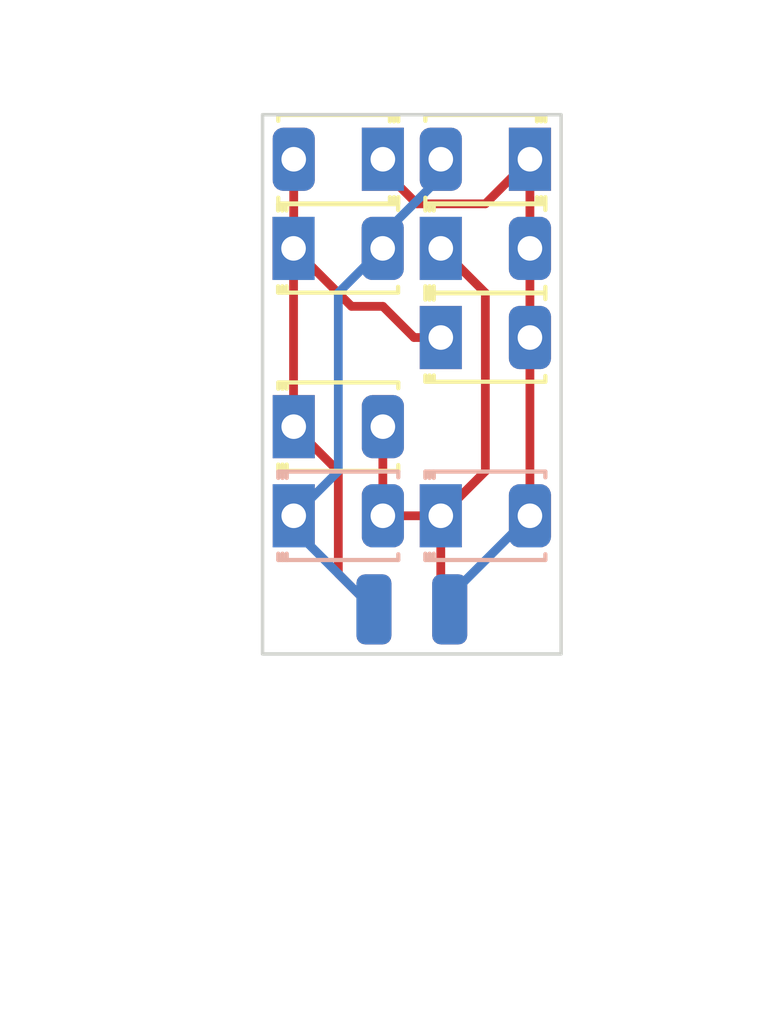
<source format=kicad_pcb>
(kicad_pcb (version 20221018) (generator pcbnew)
  (layers (0 "F.Cu" signal) (31 "B.Cu" signal) (34 "B.Paste" user) (35 "F.Paste" user) (36 "B.SilkS" user "B.Silkscreen") (37 "F.SilkS" user "F.Silkscreen") (38 "B.Mask" user) (39 "F.Mask" user) (44 "Edge.Cuts" user))
  (net 0 "")
  (net 1 "Net-(DG1-K)")
  (net 2 "Net-(DG1-A)")
  (net 3 "Net-(DG2-A)")
  (net 4 "Net-(DO/R1-A)")
  (footprint "Connector_Wire:SolderWirePad_1x01_SMD_1x2mm" (layer "F.Cu") (at 108.077 78.232)
    (fp_text reference "J3")
    (fp_text value "Conn_01x01")
    (pad "1" smd roundrect (at 0 0) (size 1 2) (layers "F.Cu" "F.Paste" "F.Mask") (net 4 "Net-(DO/R1-A)"))
  )
  (footprint "LED_THT:LED_D1.8mm_W3.3mm_H2.4mm_mine" (layer "F.Cu") (at 107.823 67.945)
    (fp_text reference "DR2" hide)
    (fp_text value "LED" hide)
    (fp_line (start -0.44 -1.26) (end -0.44 -1.08) (stroke (width 0.12)) (layer "F.SilkS"))
    (fp_line (start -0.44 -1.26) (end 2.98 -1.26) (stroke (width 0.12)) (layer "F.SilkS"))
    (fp_line (start -0.44 1.08) (end -0.44 1.26) (stroke (width 0.12)) (layer "F.SilkS"))
    (fp_line (start -0.44 1.26) (end 2.98 1.26) (stroke (width 0.12)) (layer "F.SilkS"))
    (fp_line (start -0.32 -1.26) (end -0.32 -1.08) (stroke (width 0.12)) (layer "F.SilkS"))
    (fp_line (start -0.32 1.08) (end -0.32 1.26) (stroke (width 0.12)) (layer "F.SilkS"))
    (fp_line (start -0.2 -1.26) (end -0.2 -1.08) (stroke (width 0.12)) (layer "F.SilkS"))
    (fp_line (start -0.2 1.08) (end -0.2 1.26) (stroke (width 0.12)) (layer "F.SilkS"))
    (fp_line (start 2.98 -1.26) (end 2.98 -1.095) (stroke (width 0.12)) (layer "F.SilkS"))
    (fp_line (start 2.98 1.095) (end 2.98 1.26) (stroke (width 0.12)) (layer "F.SilkS"))
    (pad "1" thru_hole rect (at 0 0) (size 1.2 1.8) (drill 0.7) (layers "*.Cu" "*.Mask") (net 4 "Net-(DO/R1-A)"))
    (pad "2" thru_hole roundrect (at 2.54 0) (size 1.2 1.8) (drill 0.7) (layers "*.Cu" "*.Mask") (net 1 "Net-(DG1-K)"))
  )
  (footprint "LED_THT:LED_D1.8mm_W3.3mm_H2.4mm_mine" (layer "F.Cu") (at 106.172 65.405 180)
    (fp_text reference "DG1" hide)
    (fp_text value "LED" hide)
    (fp_line (start -0.44 -1.26) (end -0.44 -1.08) (stroke (width 0.12)) (layer "F.SilkS"))
    (fp_line (start -0.44 -1.26) (end 2.98 -1.26) (stroke (width 0.12)) (layer "F.SilkS"))
    (fp_line (start -0.44 1.08) (end -0.44 1.26) (stroke (width 0.12)) (layer "F.SilkS"))
    (fp_line (start -0.44 1.26) (end 2.98 1.26) (stroke (width 0.12)) (layer "F.SilkS"))
    (fp_line (start -0.32 -1.26) (end -0.32 -1.08) (stroke (width 0.12)) (layer "F.SilkS"))
    (fp_line (start -0.32 1.08) (end -0.32 1.26) (stroke (width 0.12)) (layer "F.SilkS"))
    (fp_line (start -0.2 -1.26) (end -0.2 -1.08) (stroke (width 0.12)) (layer "F.SilkS"))
    (fp_line (start -0.2 1.08) (end -0.2 1.26) (stroke (width 0.12)) (layer "F.SilkS"))
    (fp_line (start 2.98 -1.26) (end 2.98 -1.095) (stroke (width 0.12)) (layer "F.SilkS"))
    (fp_line (start 2.98 1.095) (end 2.98 1.26) (stroke (width 0.12)) (layer "F.SilkS"))
    (pad "1" thru_hole rect (at 0 0 180) (size 1.2 1.8) (drill 0.7) (layers "*.Cu" "*.Mask") (net 1 "Net-(DG1-K)"))
    (pad "2" thru_hole roundrect (at 2.54 0 180) (size 1.2 1.8) (drill 0.7) (layers "*.Cu" "*.Mask") (net 2 "Net-(DG1-A)"))
  )
  (footprint "LED_THT:LED_D1.8mm_W3.3mm_H2.4mm_mine" (layer "F.Cu") (at 103.627 67.945)
    (fp_text reference "DR1" hide)
    (fp_text value "LED" hide)
    (fp_line (start -0.44 -1.26) (end -0.44 -1.08) (stroke (width 0.12)) (layer "F.SilkS"))
    (fp_line (start -0.44 -1.26) (end 2.98 -1.26) (stroke (width 0.12)) (layer "F.SilkS"))
    (fp_line (start -0.44 1.08) (end -0.44 1.26) (stroke (width 0.12)) (layer "F.SilkS"))
    (fp_line (start -0.44 1.26) (end 2.98 1.26) (stroke (width 0.12)) (layer "F.SilkS"))
    (fp_line (start -0.32 -1.26) (end -0.32 -1.08) (stroke (width 0.12)) (layer "F.SilkS"))
    (fp_line (start -0.32 1.08) (end -0.32 1.26) (stroke (width 0.12)) (layer "F.SilkS"))
    (fp_line (start -0.2 -1.26) (end -0.2 -1.08) (stroke (width 0.12)) (layer "F.SilkS"))
    (fp_line (start -0.2 1.08) (end -0.2 1.26) (stroke (width 0.12)) (layer "F.SilkS"))
    (fp_line (start 2.98 -1.26) (end 2.98 -1.095) (stroke (width 0.12)) (layer "F.SilkS"))
    (fp_line (start 2.98 1.095) (end 2.98 1.26) (stroke (width 0.12)) (layer "F.SilkS"))
    (pad "1" thru_hole rect (at 0 0) (size 1.2 1.8) (drill 0.7) (layers "*.Cu" "*.Mask") (net 2 "Net-(DG1-A)"))
    (pad "2" thru_hole roundrect (at 2.54 0) (size 1.2 1.8) (drill 0.7) (layers "*.Cu" "*.Mask") (net 3 "Net-(DG2-A)"))
  )
  (footprint "LED_THT:LED_D1.8mm_W3.3mm_H2.4mm_mine" (layer "F.Cu") (at 110.363 65.405 180)
    (fp_text reference "DG2" hide)
    (fp_text value "LED" hide)
    (fp_line (start -0.44 -1.26) (end -0.44 -1.08) (stroke (width 0.12)) (layer "F.SilkS"))
    (fp_line (start -0.44 -1.26) (end 2.98 -1.26) (stroke (width 0.12)) (layer "F.SilkS"))
    (fp_line (start -0.44 1.08) (end -0.44 1.26) (stroke (width 0.12)) (layer "F.SilkS"))
    (fp_line (start -0.44 1.26) (end 2.98 1.26) (stroke (width 0.12)) (layer "F.SilkS"))
    (fp_line (start -0.32 -1.26) (end -0.32 -1.08) (stroke (width 0.12)) (layer "F.SilkS"))
    (fp_line (start -0.32 1.08) (end -0.32 1.26) (stroke (width 0.12)) (layer "F.SilkS"))
    (fp_line (start -0.2 -1.26) (end -0.2 -1.08) (stroke (width 0.12)) (layer "F.SilkS"))
    (fp_line (start -0.2 1.08) (end -0.2 1.26) (stroke (width 0.12)) (layer "F.SilkS"))
    (fp_line (start 2.98 -1.26) (end 2.98 -1.095) (stroke (width 0.12)) (layer "F.SilkS"))
    (fp_line (start 2.98 1.095) (end 2.98 1.26) (stroke (width 0.12)) (layer "F.SilkS"))
    (pad "1" thru_hole rect (at 0 0 180) (size 1.2 1.8) (drill 0.7) (layers "*.Cu" "*.Mask") (net 1 "Net-(DG1-K)"))
    (pad "2" thru_hole roundrect (at 2.54 0 180) (size 1.2 1.8) (drill 0.7) (layers "*.Cu" "*.Mask") (net 3 "Net-(DG2-A)"))
  )
  (footprint "Connector_Wire:SolderWirePad_1x01_SMD_1x2mm" (layer "F.Cu") (at 105.918 78.232)
    (fp_text reference "J2")
    (fp_text value "Conn_01x01")
    (pad "1" smd roundrect (at 0 0) (size 1 2) (layers "F.Cu" "F.Paste" "F.Mask") (net 2 "Net-(DG1-A)"))
  )
  (footprint "LED_THT:LED_D1.8mm_W3.3mm_H2.4mm_mine" (layer "F.Cu") (at 107.823 70.485)
    (fp_text reference "DW2" hide)
    (fp_text value "LED" hide)
    (fp_line (start -0.44 -1.26) (end -0.44 -1.08) (stroke (width 0.12)) (layer "F.SilkS"))
    (fp_line (start -0.44 -1.26) (end 2.98 -1.26) (stroke (width 0.12)) (layer "F.SilkS"))
    (fp_line (start -0.44 1.08) (end -0.44 1.26) (stroke (width 0.12)) (layer "F.SilkS"))
    (fp_line (start -0.44 1.26) (end 2.98 1.26) (stroke (width 0.12)) (layer "F.SilkS"))
    (fp_line (start -0.32 -1.26) (end -0.32 -1.08) (stroke (width 0.12)) (layer "F.SilkS"))
    (fp_line (start -0.32 1.08) (end -0.32 1.26) (stroke (width 0.12)) (layer "F.SilkS"))
    (fp_line (start -0.2 -1.26) (end -0.2 -1.08) (stroke (width 0.12)) (layer "F.SilkS"))
    (fp_line (start -0.2 1.08) (end -0.2 1.26) (stroke (width 0.12)) (layer "F.SilkS"))
    (fp_line (start 2.98 -1.26) (end 2.98 -1.095) (stroke (width 0.12)) (layer "F.SilkS"))
    (fp_line (start 2.98 1.095) (end 2.98 1.26) (stroke (width 0.12)) (layer "F.SilkS"))
    (pad "1" thru_hole rect (at 0 0) (size 1.2 1.8) (drill 0.7) (layers "*.Cu" "*.Mask") (net 2 "Net-(DG1-A)"))
    (pad "2" thru_hole roundrect (at 2.54 0) (size 1.2 1.8) (drill 0.7) (layers "*.Cu" "*.Mask") (net 1 "Net-(DG1-K)"))
  )
  (footprint "LED_THT:LED_D1.8mm_W3.3mm_H2.4mm_mine" (layer "F.Cu") (at 103.632 73.025)
    (fp_text reference "DW1" hide)
    (fp_text value "LED" hide)
    (fp_line (start -0.44 -1.26) (end -0.44 -1.08) (stroke (width 0.12)) (layer "F.SilkS"))
    (fp_line (start -0.44 -1.26) (end 2.98 -1.26) (stroke (width 0.12)) (layer "F.SilkS"))
    (fp_line (start -0.44 1.08) (end -0.44 1.26) (stroke (width 0.12)) (layer "F.SilkS"))
    (fp_line (start -0.44 1.26) (end 2.98 1.26) (stroke (width 0.12)) (layer "F.SilkS"))
    (fp_line (start -0.32 -1.26) (end -0.32 -1.08) (stroke (width 0.12)) (layer "F.SilkS"))
    (fp_line (start -0.32 1.08) (end -0.32 1.26) (stroke (width 0.12)) (layer "F.SilkS"))
    (fp_line (start -0.2 -1.26) (end -0.2 -1.08) (stroke (width 0.12)) (layer "F.SilkS"))
    (fp_line (start -0.2 1.08) (end -0.2 1.26) (stroke (width 0.12)) (layer "F.SilkS"))
    (fp_line (start 2.98 -1.26) (end 2.98 -1.095) (stroke (width 0.12)) (layer "F.SilkS"))
    (fp_line (start 2.98 1.095) (end 2.98 1.26) (stroke (width 0.12)) (layer "F.SilkS"))
    (pad "1" thru_hole rect (at 0 0) (size 1.2 1.8) (drill 0.7) (layers "*.Cu" "*.Mask") (net 2 "Net-(DG1-A)"))
    (pad "2" thru_hole roundrect (at 2.54 0) (size 1.2 1.8) (drill 0.7) (layers "*.Cu" "*.Mask") (net 4 "Net-(DO/R1-A)"))
  )
  (footprint "LED_THT:LED_D1.8mm_W3.3mm_H2.4mm_mine" (layer "B.Cu") (at 107.823 75.565)
    (fp_text reference "DO/V1" hide)
    (fp_text value "LED" hide)
    (fp_line (start -0.44 -1.26) (end 2.98 -1.26) (stroke (width 0.12)) (layer "B.SilkS"))
    (fp_line (start -0.44 -1.08) (end -0.44 -1.26) (stroke (width 0.12)) (layer "B.SilkS"))
    (fp_line (start -0.44 1.26) (end -0.44 1.08) (stroke (width 0.12)) (layer "B.SilkS"))
    (fp_line (start -0.44 1.26) (end 2.98 1.26) (stroke (width 0.12)) (layer "B.SilkS"))
    (fp_line (start -0.32 -1.08) (end -0.32 -1.26) (stroke (width 0.12)) (layer "B.SilkS"))
    (fp_line (start -0.32 1.26) (end -0.32 1.08) (stroke (width 0.12)) (layer "B.SilkS"))
    (fp_line (start -0.2 -1.08) (end -0.2 -1.26) (stroke (width 0.12)) (layer "B.SilkS"))
    (fp_line (start -0.2 1.26) (end -0.2 1.08) (stroke (width 0.12)) (layer "B.SilkS"))
    (fp_line (start 2.98 -1.095) (end 2.98 -1.26) (stroke (width 0.12)) (layer "B.SilkS"))
    (fp_line (start 2.98 1.26) (end 2.98 1.095) (stroke (width 0.12)) (layer "B.SilkS"))
    (pad "1" thru_hole rect (at 0 0) (size 1.2 1.8) (drill 0.7) (layers "*.Cu" "*.Mask") (net 4 "Net-(DO/R1-A)"))
    (pad "2" thru_hole roundrect (at 2.54 0) (size 1.2 1.8) (drill 0.7) (layers "*.Cu" "*.Mask") (net 1 "Net-(DG1-K)"))
  )
  (footprint "LED_THT:LED_D1.8mm_W3.3mm_H2.4mm_mine" (layer "B.Cu") (at 103.632 75.565)
    (fp_text reference "DO/R1" hide)
    (fp_text value "LED" hide)
    (fp_line (start -0.44 -1.26) (end 2.98 -1.26) (stroke (width 0.12)) (layer "B.SilkS"))
    (fp_line (start -0.44 -1.08) (end -0.44 -1.26) (stroke (width 0.12)) (layer "B.SilkS"))
    (fp_line (start -0.44 1.26) (end -0.44 1.08) (stroke (width 0.12)) (layer "B.SilkS"))
    (fp_line (start -0.44 1.26) (end 2.98 1.26) (stroke (width 0.12)) (layer "B.SilkS"))
    (fp_line (start -0.32 -1.08) (end -0.32 -1.26) (stroke (width 0.12)) (layer "B.SilkS"))
    (fp_line (start -0.32 1.26) (end -0.32 1.08) (stroke (width 0.12)) (layer "B.SilkS"))
    (fp_line (start -0.2 -1.08) (end -0.2 -1.26) (stroke (width 0.12)) (layer "B.SilkS"))
    (fp_line (start -0.2 1.26) (end -0.2 1.08) (stroke (width 0.12)) (layer "B.SilkS"))
    (fp_line (start 2.98 -1.095) (end 2.98 -1.26) (stroke (width 0.12)) (layer "B.SilkS"))
    (fp_line (start 2.98 1.26) (end 2.98 1.095) (stroke (width 0.12)) (layer "B.SilkS"))
    (pad "1" thru_hole rect (at 0 0) (size 1.2 1.8) (drill 0.7) (layers "*.Cu" "*.Mask") (net 3 "Net-(DG2-A)"))
    (pad "2" thru_hole roundrect (at 2.54 0) (size 1.2 1.8) (drill 0.7) (layers "*.Cu" "*.Mask") (net 4 "Net-(DO/R1-A)"))
  )
  (footprint "Connector_Wire:SolderWirePad_1x01_SMD_1x2mm" (layer "B.Cu") (at 105.918 78.232 180)
    (fp_text reference "J1")
    (fp_text value "Conn_01x01")
    (pad "1" smd roundrect (at 0 0 180) (size 1 2) (layers "B.Cu" "B.Paste" "B.Mask") (net 3 "Net-(DG2-A)"))
  )
  (footprint "Connector_Wire:SolderWirePad_1x01_SMD_1x2mm" (layer "B.Cu") (at 108.077 78.232 180)
    (fp_text reference "J4")
    (fp_text value "Conn_01x01")
    (pad "1" smd roundrect (at 0 0 180) (size 1 2) (layers "B.Cu" "B.Paste" "B.Mask") (net 1 "Net-(DG1-K)"))
  )
  (gr_rect (start 102.743 64.135) (end 111.252 79.502) (stroke (width 0.1)) (fill none) (layer "Edge.Cuts"))
  (segment (start 106.172 65.705) (end 107.142 66.675) (width 0.25) (layer "F.Cu") (net 1))
  (segment (start 110.368 75.565) (end 110.368 75.941) (width 0.25) (layer "F.Cu") (net 1))
  (segment (start 110.363 67.945) (end 110.363 70.485) (width 0.25) (layer "F.Cu") (net 1))
  (segment (start 109.093 66.675) (end 110.363 65.405) (width 0.25) (layer "F.Cu") (net 1))
  (segment (start 106.172 65.405) (end 106.172 65.705) (width 0.25) (layer "F.Cu") (net 1))
  (segment (start 107.142 66.675) (end 109.093 66.675) (width 0.25) (layer "F.Cu") (net 1))
  (segment (start 110.363 75.565) (end 110.363 70.485) (width 0.25) (layer "F.Cu") (net 1))
  (segment (start 110.363 65.405) (end 110.363 67.945) (width 0.25) (layer "F.Cu") (net 1))
  (segment (start 110.363 75.56) (end 110.368 75.565) (width 0.25) (layer "F.Cu") (net 1))
  (segment (start 110.368 75.565) (end 110.368 75.941) (width 0.25) (layer "B.Cu") (net 1))
  (segment (start 107.828 77.983) (end 108.077 78.232) (width 0.25) (layer "B.Cu") (net 1))
  (segment (start 108.077 77.851) (end 108.077 78.232) (width 0.25) (layer "B.Cu") (net 1))
  (segment (start 110.363 75.565) (end 108.077 77.851) (width 0.25) (layer "B.Cu") (net 1))
  (segment (start 103.627 73.02) (end 103.632 73.025) (width 0.25) (layer "F.Cu") (net 2))
  (segment (start 106.172 78.105) (end 106.172 78.232) (width 0.25) (layer "F.Cu") (net 2))
  (segment (start 104.902 77.216) (end 105.918 78.232) (width 0.25) (layer "F.Cu") (net 2))
  (segment (start 103.632 68.194) (end 103.627 68.199) (width 0.25) (layer "F.Cu") (net 2))
  (segment (start 103.627 67.945) (end 105.278 69.596) (width 0.25) (layer "F.Cu") (net 2))
  (segment (start 105.278 69.596) (end 106.172 69.596) (width 0.25) (layer "F.Cu") (net 2))
  (segment (start 106.172 77.597) (end 106.172 77.724) (width 0.25) (layer "F.Cu") (net 2))
  (segment (start 103.632 65.405) (end 103.632 67.94) (width 0.25) (layer "F.Cu") (net 2))
  (segment (start 103.632 67.94) (end 103.627 67.945) (width 0.25) (layer "F.Cu") (net 2))
  (segment (start 103.632 73.025) (end 104.902 74.295) (width 0.25) (layer "F.Cu") (net 2))
  (segment (start 106.172 69.596) (end 107.061 70.485) (width 0.25) (layer "F.Cu") (net 2))
  (segment (start 103.627 68.453) (end 103.627 73.02) (width 0.25) (layer "F.Cu") (net 2))
  (segment (start 104.902 74.295) (end 104.902 77.216) (width 0.25) (layer "F.Cu") (net 2))
  (segment (start 107.061 70.485) (end 107.823 70.485) (width 0.25) (layer "F.Cu") (net 2))
  (segment (start 103.632 68.194) (end 103.627 68.199) (width 0.25) (layer "B.Cu") (net 2))
  (segment (start 106.167 67.823) (end 106.167 68.199) (width 0.25) (layer "F.Cu") (net 3))
  (segment (start 104.902 74.295) (end 104.902 69.21) (width 0.25) (layer "B.Cu") (net 3))
  (segment (start 104.902 69.21) (end 106.167 67.945) (width 0.25) (layer "B.Cu") (net 3))
  (segment (start 103.632 75.565) (end 104.902 74.295) (width 0.25) (layer "B.Cu") (net 3))
  (segment (start 103.632 75.946) (end 105.918 78.232) (width 0.25) (layer "B.Cu") (net 3))
  (segment (start 107.823 65.405) (end 107.823 65.904) (width 0.25) (layer "B.Cu") (net 3))
  (segment (start 106.167 67.56) (end 106.167 67.945) (width 0.25) (layer "B.Cu") (net 3))
  (segment (start 107.823 65.904) (end 106.167 67.56) (width 0.25) (layer "B.Cu") (net 3))
  (segment (start 103.632 75.565) (end 103.632 75.946) (width 0.25) (layer "B.Cu") (net 3))
  (segment (start 106.553 73.025) (end 106.172 73.025) (width 0.25) (layer "F.Cu") (net 4))
  (segment (start 107.823 77.978) (end 108.077 78.232) (width 0.25) (layer "F.Cu") (net 4))
  (segment (start 107.823 75.565) (end 107.823 77.978) (width 0.25) (layer "F.Cu") (net 4))
  (segment (start 109.093 69.215) (end 109.093 74.295) (width 0.25) (layer "F.Cu") (net 4))
  (segment (start 109.093 74.295) (end 107.823 75.565) (width 0.25) (layer "F.Cu") (net 4))
  (segment (start 107.823 67.945) (end 109.093 69.215) (width 0.25) (layer "F.Cu") (net 4))
  (segment (start 106.172 73.025) (end 106.172 75.565) (width 0.25) (layer "F.Cu") (net 4))
  (segment (start 106.172 75.565) (end 107.823 75.565) (width 0.25) (layer "F.Cu") (net 4))
)
</source>
